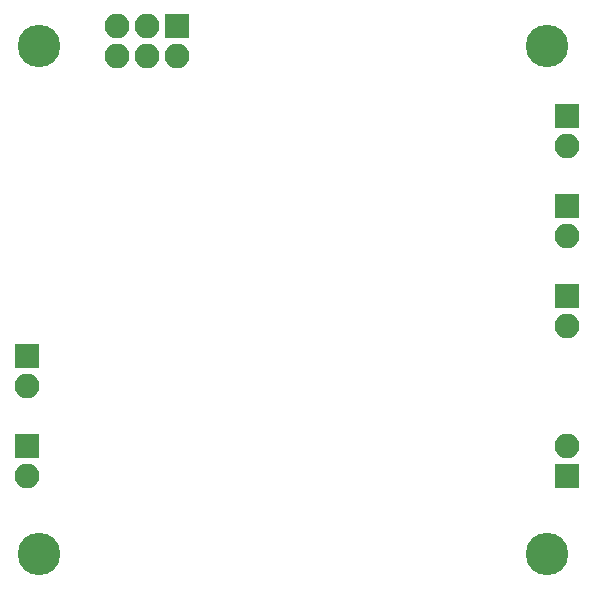
<source format=gbs>
G04 #@! TF.GenerationSoftware,KiCad,Pcbnew,5.0.0-rc3-unknown-eaf938c~65~ubuntu16.04.1*
G04 #@! TF.CreationDate,2018-07-22T11:01:41+02:00*
G04 #@! TF.ProjectId,reservoir_controller,7265736572766F69725F636F6E74726F,rev?*
G04 #@! TF.SameCoordinates,Original*
G04 #@! TF.FileFunction,Soldermask,Bot*
G04 #@! TF.FilePolarity,Negative*
%FSLAX46Y46*%
G04 Gerber Fmt 4.6, Leading zero omitted, Abs format (unit mm)*
G04 Created by KiCad (PCBNEW 5.0.0-rc3-unknown-eaf938c~65~ubuntu16.04.1) date Sun Jul 22 11:01:41 2018*
%MOMM*%
%LPD*%
G01*
G04 APERTURE LIST*
%ADD10O,2.100000X2.100000*%
%ADD11R,2.100000X2.100000*%
%ADD12C,3.600000*%
G04 APERTURE END LIST*
D10*
G04 #@! TO.C,J1*
X10096500Y-4318000D03*
X10096500Y-1778000D03*
X12636500Y-4318000D03*
X12636500Y-1778000D03*
X15176500Y-4318000D03*
D11*
X15176500Y-1778000D03*
G04 #@! TD*
D12*
G04 #@! TO.C,M3*
X46518000Y-3444000D03*
G04 #@! TD*
G04 #@! TO.C,M1*
X3518000Y-46444000D03*
G04 #@! TD*
G04 #@! TO.C,M2*
X46518000Y-46444000D03*
G04 #@! TD*
G04 #@! TO.C,M4*
X3518000Y-3444000D03*
G04 #@! TD*
D11*
G04 #@! TO.C,J2*
X48196500Y-24638000D03*
D10*
X48196500Y-27178000D03*
G04 #@! TD*
G04 #@! TO.C,J4*
X48196500Y-19558000D03*
D11*
X48196500Y-17018000D03*
G04 #@! TD*
G04 #@! TO.C,J5*
X48196500Y-9398000D03*
D10*
X48196500Y-11938000D03*
G04 #@! TD*
D11*
G04 #@! TO.C,J7*
X48196500Y-39878000D03*
D10*
X48196500Y-37338000D03*
G04 #@! TD*
G04 #@! TO.C,J3*
X2476500Y-39878000D03*
D11*
X2476500Y-37338000D03*
G04 #@! TD*
G04 #@! TO.C,J6*
X2476500Y-29718000D03*
D10*
X2476500Y-32258000D03*
G04 #@! TD*
M02*

</source>
